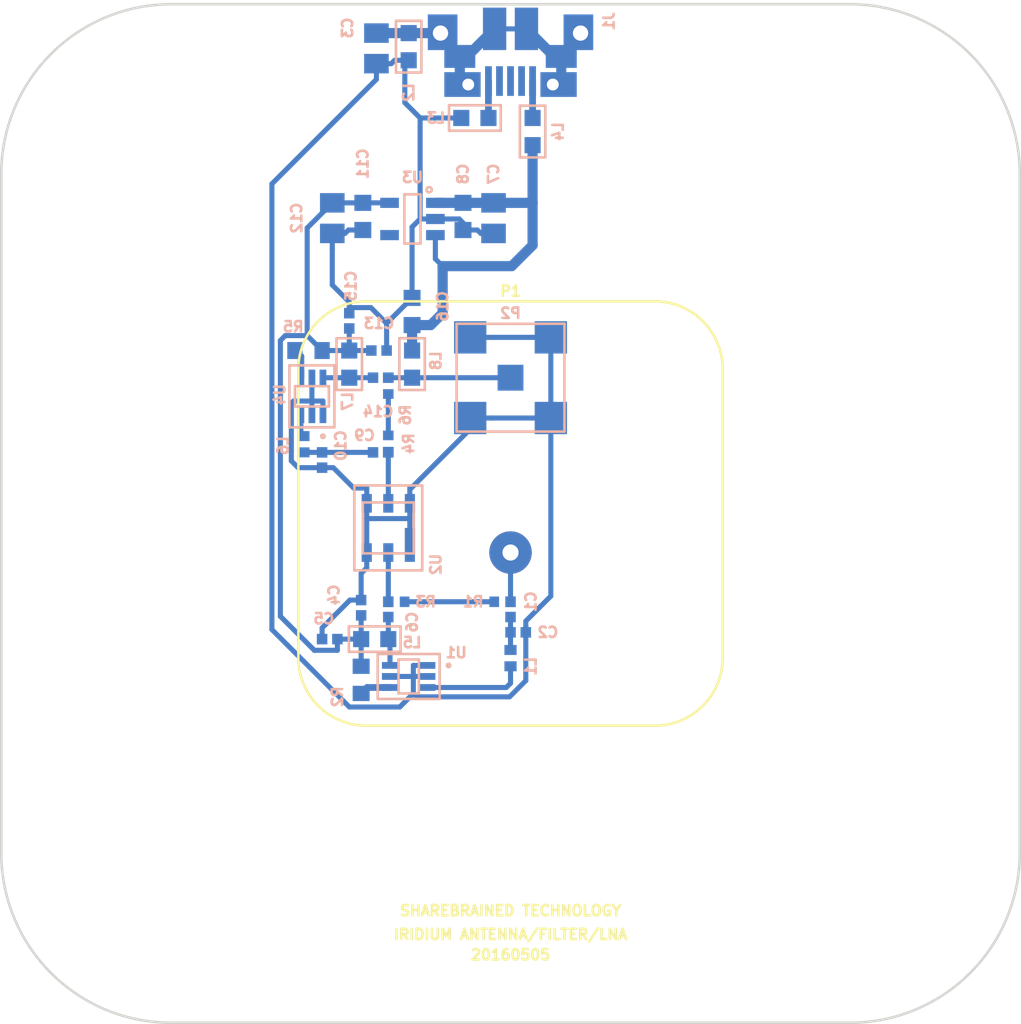
<source format=kicad_pcb>
(kicad_pcb (version 20171130) (host pcbnew "(5.1.12)-1")

  (general
    (thickness 1.6)
    (drawings 11)
    (tracks 185)
    (zones 0)
    (modules 37)
    (nets 25)
  )

  (page A4)
  (title_block
    (title "Iridium Antenna/Filter/LNA")
    (date 2016-04-28)
    (rev 20160428)
    (company "ShareBrained Technology, Inc.")
  )

  (layers
    (0 F.Cu signal)
    (1 In1.Cu power)
    (2 In2.Cu power)
    (31 B.Cu signal)
    (32 B.Adhes user hide)
    (33 F.Adhes user hide)
    (34 B.Paste user)
    (35 F.Paste user)
    (36 B.SilkS user)
    (37 F.SilkS user)
    (38 B.Mask user)
    (39 F.Mask user)
    (40 Dwgs.User user)
    (41 Cmts.User user)
    (42 Eco1.User user)
    (43 Eco2.User user)
    (44 Edge.Cuts user)
    (45 Margin user)
    (46 B.CrtYd user)
    (47 F.CrtYd user)
    (48 B.Fab user)
    (49 F.Fab user)
  )

  (setup
    (last_trace_width 0.3)
    (user_trace_width 0.4)
    (user_trace_width 0.5)
    (user_trace_width 0.6)
    (trace_clearance 0.2)
    (zone_clearance 0.3)
    (zone_45_only no)
    (trace_min 0.3)
    (via_size 0.6604)
    (via_drill 0.4064)
    (via_min_size 0.6604)
    (via_min_drill 0.4064)
    (uvia_size 0.3)
    (uvia_drill 0.1)
    (uvias_allowed no)
    (uvia_min_size 0.2)
    (uvia_min_drill 0.1)
    (edge_width 0.15)
    (segment_width 0.2)
    (pcb_text_width 0.3)
    (pcb_text_size 1.5 1.5)
    (mod_edge_width 0.15)
    (mod_text_size 0.6096 0.6096)
    (mod_text_width 0.1524)
    (pad_size 1.524 1.524)
    (pad_drill 0.762)
    (pad_to_mask_clearance 0.0762)
    (solder_mask_min_width 0.1016)
    (aux_axis_origin 0 0)
    (visible_elements 7FFFFFFF)
    (pcbplotparams
      (layerselection 0x010ff_80000007)
      (usegerberextensions true)
      (usegerberattributes true)
      (usegerberadvancedattributes true)
      (creategerberjobfile true)
      (excludeedgelayer true)
      (linewidth 0.152400)
      (plotframeref false)
      (viasonmask false)
      (mode 1)
      (useauxorigin false)
      (hpglpennumber 1)
      (hpglpenspeed 20)
      (hpglpendiameter 15.000000)
      (psnegative false)
      (psa4output false)
      (plotreference true)
      (plotvalue false)
      (plotinvisibletext false)
      (padsonsilk false)
      (subtractmaskfromsilk true)
      (outputformat 1)
      (mirror false)
      (drillshape 0)
      (scaleselection 1)
      (outputdirectory "gerber/"))
  )

  (net 0 "")
  (net 1 "Net-(C1-Pad1)")
  (net 2 "Net-(C1-Pad2)")
  (net 3 GND)
  (net 4 "Net-(C3-Pad1)")
  (net 5 /V_REG)
  (net 6 "Net-(C6-Pad1)")
  (net 7 "Net-(C6-Pad2)")
  (net 8 /V_RAW)
  (net 9 "Net-(C9-Pad1)")
  (net 10 "Net-(C10-Pad1)")
  (net 11 "Net-(C14-Pad1)")
  (net 12 "Net-(C14-Pad2)")
  (net 13 "Net-(J1-Pad5)")
  (net 14 "Net-(J1-Pad4)")
  (net 15 "Net-(J1-Pad3)")
  (net 16 "Net-(J1-Pad2)")
  (net 17 "Net-(J1-Pad1)")
  (net 18 "Net-(L1-Pad1)")
  (net 19 "Net-(L6-Pad1)")
  (net 20 "Net-(R1-Pad1)")
  (net 21 "Net-(R2-Pad2)")
  (net 22 "Net-(R4-Pad2)")
  (net 23 "Net-(R5-Pad2)")
  (net 24 "Net-(U3-Pad4)")

  (net_class Default "This is the default net class."
    (clearance 0.2)
    (trace_width 0.3)
    (via_dia 0.6604)
    (via_drill 0.4064)
    (uvia_dia 0.3)
    (uvia_drill 0.1)
    (add_net /V_RAW)
    (add_net /V_REG)
    (add_net GND)
    (add_net "Net-(C1-Pad1)")
    (add_net "Net-(C1-Pad2)")
    (add_net "Net-(C10-Pad1)")
    (add_net "Net-(C14-Pad1)")
    (add_net "Net-(C14-Pad2)")
    (add_net "Net-(C3-Pad1)")
    (add_net "Net-(C6-Pad1)")
    (add_net "Net-(C6-Pad2)")
    (add_net "Net-(C9-Pad1)")
    (add_net "Net-(J1-Pad1)")
    (add_net "Net-(J1-Pad2)")
    (add_net "Net-(J1-Pad3)")
    (add_net "Net-(J1-Pad4)")
    (add_net "Net-(J1-Pad5)")
    (add_net "Net-(L1-Pad1)")
    (add_net "Net-(L6-Pad1)")
    (add_net "Net-(R1-Pad1)")
    (add_net "Net-(R2-Pad2)")
    (add_net "Net-(R4-Pad2)")
    (add_net "Net-(R5-Pad2)")
    (add_net "Net-(U3-Pad4)")
  )

  (module ipc_resc:IPC_RESC1005X40N (layer B.Cu) (tedit 55F5DE37) (tstamp 57224094)
    (at 149.52 105.2)
    (tags "RESC1005X40N, EIA 0402, Metric 1005")
    (path /572236FA)
    (fp_text reference R1 (at -1.72 0) (layer B.SilkS)
      (effects (font (size 0.6096 0.6096) (thickness 0.1524)) (justify mirror))
    )
    (fp_text value 0R (at 0 0) (layer B.Fab) hide
      (effects (font (size 0.6096 0.6096) (thickness 0.1524)) (justify mirror))
    )
    (fp_line (start -0.915 0.46) (end 0.915 0.46) (layer B.CrtYd) (width 0.1524))
    (fp_line (start -0.915 -0.46) (end -0.915 0.46) (layer B.CrtYd) (width 0.1524))
    (fp_line (start 0.915 -0.46) (end -0.915 -0.46) (layer B.CrtYd) (width 0.1524))
    (fp_line (start 0.915 0.46) (end 0.915 -0.46) (layer B.CrtYd) (width 0.1524))
    (pad 1 smd rect (at -0.48 0) (size 0.57 0.62) (layers B.Cu B.Paste B.Mask)
      (net 20 "Net-(R1-Pad1)"))
    (pad 2 smd rect (at 0.48 0) (size 0.57 0.62) (layers B.Cu B.Paste B.Mask)
      (net 1 "Net-(C1-Pad1)"))
  )

  (module ipc_sot:IPC_SOT95P280X110-5N (layer B.Cu) (tedit 55F5DE37) (tstamp 572240FD)
    (at 144.224 82.65 180)
    (tags "SOT, SOT95P280X110-5N, JEDEC MO-193AB")
    (path /56BCDB3A)
    (fp_text reference U3 (at 0 2.45 180) (layer B.SilkS)
      (effects (font (size 0.6096 0.6096) (thickness 0.1524)) (justify mirror))
    )
    (fp_text value ADP151_TSOT (at 0 0 180) (layer B.Fab) hide
      (effects (font (size 0.6096 0.6096) (thickness 0.1524)) (justify mirror))
    )
    (fp_circle (center -0.98 1.72) (end -0.8276 1.72) (layer B.SilkS) (width 0.1524))
    (fp_line (start -2.15 -1.775) (end -2.15 1.775) (layer B.CrtYd) (width 0.1524))
    (fp_line (start 2.15 -1.775) (end -2.15 -1.775) (layer B.CrtYd) (width 0.1524))
    (fp_line (start 2.15 1.775) (end 2.15 -1.775) (layer B.CrtYd) (width 0.1524))
    (fp_line (start -2.15 1.775) (end 2.15 1.775) (layer B.CrtYd) (width 0.1524))
    (fp_line (start -0.475 -1.45) (end -0.475 1.45) (layer B.SilkS) (width 0.1524))
    (fp_line (start 0.475 -1.45) (end -0.475 -1.45) (layer B.SilkS) (width 0.1524))
    (fp_line (start 0.475 1.45) (end 0.475 -1.45) (layer B.SilkS) (width 0.1524))
    (fp_line (start -0.475 1.45) (end 0.475 1.45) (layer B.SilkS) (width 0.1524))
    (pad 1 smd rect (at -1.35 0.95 180) (size 1.1 0.6) (layers B.Cu B.Paste B.Mask)
      (net 8 /V_RAW))
    (pad 2 smd rect (at -1.35 0 180) (size 1.1 0.6) (layers B.Cu B.Paste B.Mask)
      (net 3 GND))
    (pad 3 smd rect (at -1.35 -0.95 180) (size 1.1 0.6) (layers B.Cu B.Paste B.Mask)
      (net 8 /V_RAW))
    (pad 4 smd rect (at 1.35 -0.95 180) (size 1.1 0.6) (layers B.Cu B.Paste B.Mask)
      (net 24 "Net-(U3-Pad4)"))
    (pad 5 smd rect (at 1.35 0.95 180) (size 1.1 0.6) (layers B.Cu B.Paste B.Mask)
      (net 5 /V_REG))
  )

  (module ipc_resc:IPC_RESC1005X40N (layer B.Cu) (tedit 55F5DE37) (tstamp 572240C6)
    (at 142.8 92.48 270)
    (tags "RESC1005X40N, EIA 0402, Metric 1005")
    (path /572258D1)
    (fp_text reference R6 (at 1.72 -1 270) (layer B.SilkS)
      (effects (font (size 0.6096 0.6096) (thickness 0.1524)) (justify mirror))
    )
    (fp_text value 0R (at 0 0 270) (layer B.Fab) hide
      (effects (font (size 0.6096 0.6096) (thickness 0.1524)) (justify mirror))
    )
    (fp_line (start -0.915 0.46) (end 0.915 0.46) (layer B.CrtYd) (width 0.1524))
    (fp_line (start -0.915 -0.46) (end -0.915 0.46) (layer B.CrtYd) (width 0.1524))
    (fp_line (start 0.915 -0.46) (end -0.915 -0.46) (layer B.CrtYd) (width 0.1524))
    (fp_line (start 0.915 0.46) (end 0.915 -0.46) (layer B.CrtYd) (width 0.1524))
    (pad 1 smd rect (at -0.48 0 270) (size 0.57 0.62) (layers B.Cu B.Paste B.Mask)
      (net 12 "Net-(C14-Pad2)"))
    (pad 2 smd rect (at 0.48 0 270) (size 0.57 0.62) (layers B.Cu B.Paste B.Mask)
      (net 22 "Net-(R4-Pad2)"))
  )

  (module ipc_resc:IPC_RESC1608X55N (layer B.Cu) (tedit 55F5DE37) (tstamp 572240BC)
    (at 138.1 90.4 180)
    (tags "RESC1608X55N, EIA 0603, Metric 1608")
    (path /56BCCF0E)
    (fp_text reference R5 (at 0.9 1.4 180) (layer B.SilkS)
      (effects (font (size 0.6096 0.6096) (thickness 0.1524)) (justify mirror))
    )
    (fp_text value 620R (at 0 0 180) (layer B.Fab) hide
      (effects (font (size 0.6096 0.6096) (thickness 0.1524)) (justify mirror))
    )
    (fp_line (start -1.5 -0.75) (end -1.5 0.75) (layer B.CrtYd) (width 0.1524))
    (fp_line (start 1.5 -0.75) (end -1.5 -0.75) (layer B.CrtYd) (width 0.1524))
    (fp_line (start 1.5 0.75) (end 1.5 -0.75) (layer B.CrtYd) (width 0.1524))
    (fp_line (start -1.5 0.75) (end 1.5 0.75) (layer B.CrtYd) (width 0.1524))
    (pad 1 smd rect (at -0.8 0 180) (size 0.9 1) (layers B.Cu B.Paste B.Mask)
      (net 5 /V_REG))
    (pad 2 smd rect (at 0.8 0 180) (size 0.9 1) (layers B.Cu B.Paste B.Mask)
      (net 23 "Net-(R5-Pad2)"))
  )

  (module ipc_resc:IPC_RESC1005X40N (layer B.Cu) (tedit 55F5DE37) (tstamp 572240B2)
    (at 142.8 95.88 90)
    (tags "RESC1005X40N, EIA 0402, Metric 1005")
    (path /572255A1)
    (fp_text reference R4 (at 0 1.2 90) (layer B.SilkS)
      (effects (font (size 0.6096 0.6096) (thickness 0.1524)) (justify mirror))
    )
    (fp_text value 0R (at 0 0 90) (layer B.Fab) hide
      (effects (font (size 0.6096 0.6096) (thickness 0.1524)) (justify mirror))
    )
    (fp_line (start -0.915 0.46) (end 0.915 0.46) (layer B.CrtYd) (width 0.1524))
    (fp_line (start -0.915 -0.46) (end -0.915 0.46) (layer B.CrtYd) (width 0.1524))
    (fp_line (start 0.915 -0.46) (end -0.915 -0.46) (layer B.CrtYd) (width 0.1524))
    (fp_line (start 0.915 0.46) (end 0.915 -0.46) (layer B.CrtYd) (width 0.1524))
    (pad 1 smd rect (at -0.48 0 90) (size 0.57 0.62) (layers B.Cu B.Paste B.Mask)
      (net 9 "Net-(C9-Pad1)"))
    (pad 2 smd rect (at 0.48 0 90) (size 0.57 0.62) (layers B.Cu B.Paste B.Mask)
      (net 22 "Net-(R4-Pad2)"))
  )

  (module ipc_resc:IPC_RESC1005X40N (layer B.Cu) (tedit 55F5DE37) (tstamp 572240A8)
    (at 143.28 105.2)
    (tags "RESC1005X40N, EIA 0402, Metric 1005")
    (path /572237A2)
    (fp_text reference R3 (at 1.72 0) (layer B.SilkS)
      (effects (font (size 0.6096 0.6096) (thickness 0.1524)) (justify mirror))
    )
    (fp_text value 0R (at 0 0) (layer B.Fab) hide
      (effects (font (size 0.6096 0.6096) (thickness 0.1524)) (justify mirror))
    )
    (fp_line (start -0.915 0.46) (end 0.915 0.46) (layer B.CrtYd) (width 0.1524))
    (fp_line (start -0.915 -0.46) (end -0.915 0.46) (layer B.CrtYd) (width 0.1524))
    (fp_line (start 0.915 -0.46) (end -0.915 -0.46) (layer B.CrtYd) (width 0.1524))
    (fp_line (start 0.915 0.46) (end 0.915 -0.46) (layer B.CrtYd) (width 0.1524))
    (pad 1 smd rect (at -0.48 0) (size 0.57 0.62) (layers B.Cu B.Paste B.Mask)
      (net 7 "Net-(C6-Pad2)"))
    (pad 2 smd rect (at 0.48 0) (size 0.57 0.62) (layers B.Cu B.Paste B.Mask)
      (net 20 "Net-(R1-Pad1)"))
  )

  (module ipc_resc:IPC_RESC1608X55N (layer B.Cu) (tedit 55F5DE37) (tstamp 5722409E)
    (at 141.2 109.8 270)
    (tags "RESC1608X55N, EIA 0603, Metric 1608")
    (path /56BC2637)
    (fp_text reference R2 (at 1 1.4 270) (layer B.SilkS)
      (effects (font (size 0.6096 0.6096) (thickness 0.1524)) (justify mirror))
    )
    (fp_text value 620R (at 0 0 270) (layer B.Fab) hide
      (effects (font (size 0.6096 0.6096) (thickness 0.1524)) (justify mirror))
    )
    (fp_line (start -1.5 -0.75) (end -1.5 0.75) (layer B.CrtYd) (width 0.1524))
    (fp_line (start 1.5 -0.75) (end -1.5 -0.75) (layer B.CrtYd) (width 0.1524))
    (fp_line (start 1.5 0.75) (end 1.5 -0.75) (layer B.CrtYd) (width 0.1524))
    (fp_line (start -1.5 0.75) (end 1.5 0.75) (layer B.CrtYd) (width 0.1524))
    (pad 1 smd rect (at -0.8 0 270) (size 0.9 1) (layers B.Cu B.Paste B.Mask)
      (net 5 /V_REG))
    (pad 2 smd rect (at 0.8 0 270) (size 0.9 1) (layers B.Cu B.Paste B.Mask)
      (net 21 "Net-(R2-Pad2)"))
  )

  (module ipc_indc:IPC_INDC1608X95N (layer B.Cu) (tedit 53B37887) (tstamp 57224075)
    (at 144.2 91.1999 90)
    (path /57225192)
    (fp_text reference L8 (at 0.1999 1.4 90) (layer B.SilkS)
      (effects (font (size 0.6096 0.6096) (thickness 0.1524)) (justify mirror))
    )
    (fp_text value L (at 0 0 90) (layer B.SilkS) hide
      (effects (font (size 0.6096 0.6096) (thickness 0.1524)) (justify mirror))
    )
    (fp_line (start -1.524 0.7493) (end 1.524 0.7493) (layer B.SilkS) (width 0.1524))
    (fp_line (start -1.524 -0.7493) (end -1.524 0.7493) (layer B.SilkS) (width 0.1524))
    (fp_line (start 1.524 -0.7493) (end -1.524 -0.7493) (layer B.SilkS) (width 0.1524))
    (fp_line (start 1.524 0.7493) (end 1.524 -0.7493) (layer B.SilkS) (width 0.1524))
    (pad 1 smd rect (at -0.8001 0 90) (size 0.94996 0.94996) (layers B.Cu B.Paste B.Mask)
      (net 12 "Net-(C14-Pad2)"))
    (pad 2 smd rect (at 0.8001 0 90) (size 0.94996 0.94996) (layers B.Cu B.Paste B.Mask)
      (net 8 /V_RAW))
  )

  (module ipc_indc:IPC_INDC1608X95N (layer B.Cu) (tedit 53B37887) (tstamp 5722406B)
    (at 140.5 91.1999 90)
    (path /56BCCF5C)
    (fp_text reference L7 (at -2.2001 -0.1 90) (layer B.SilkS)
      (effects (font (size 0.6096 0.6096) (thickness 0.1524)) (justify mirror))
    )
    (fp_text value 47N (at 0 0 90) (layer B.SilkS) hide
      (effects (font (size 0.6096 0.6096) (thickness 0.1524)) (justify mirror))
    )
    (fp_line (start -1.524 0.7493) (end 1.524 0.7493) (layer B.SilkS) (width 0.1524))
    (fp_line (start -1.524 -0.7493) (end -1.524 0.7493) (layer B.SilkS) (width 0.1524))
    (fp_line (start 1.524 -0.7493) (end -1.524 -0.7493) (layer B.SilkS) (width 0.1524))
    (fp_line (start 1.524 0.7493) (end 1.524 -0.7493) (layer B.SilkS) (width 0.1524))
    (pad 1 smd rect (at -0.8001 0 90) (size 0.94996 0.94996) (layers B.Cu B.Paste B.Mask)
      (net 11 "Net-(C14-Pad1)"))
    (pad 2 smd rect (at 0.8001 0 90) (size 0.94996 0.94996) (layers B.Cu B.Paste B.Mask)
      (net 5 /V_REG))
  )

  (module ipc_indc:IPC_INDC1608X95N (layer B.Cu) (tedit 53B37887) (tstamp 57224057)
    (at 142 107.4 180)
    (path /56BC2603)
    (fp_text reference L5 (at -2.2 -0.2 180) (layer B.SilkS)
      (effects (font (size 0.6096 0.6096) (thickness 0.1524)) (justify mirror))
    )
    (fp_text value 47N (at 0 0 180) (layer B.SilkS) hide
      (effects (font (size 0.6096 0.6096) (thickness 0.1524)) (justify mirror))
    )
    (fp_line (start -1.524 0.7493) (end 1.524 0.7493) (layer B.SilkS) (width 0.1524))
    (fp_line (start -1.524 -0.7493) (end -1.524 0.7493) (layer B.SilkS) (width 0.1524))
    (fp_line (start 1.524 -0.7493) (end -1.524 -0.7493) (layer B.SilkS) (width 0.1524))
    (fp_line (start 1.524 0.7493) (end 1.524 -0.7493) (layer B.SilkS) (width 0.1524))
    (pad 1 smd rect (at -0.8001 0 180) (size 0.94996 0.94996) (layers B.Cu B.Paste B.Mask)
      (net 6 "Net-(C6-Pad1)"))
    (pad 2 smd rect (at 0.8001 0 180) (size 0.94996 0.94996) (layers B.Cu B.Paste B.Mask)
      (net 5 /V_REG))
  )

  (module ipc_indc:IPC_INDC1608X95N (layer B.Cu) (tedit 53B37887) (tstamp 5722404D)
    (at 151.3 77.5001 90)
    (path /56BD06A4)
    (fp_text reference L4 (at 0 1.5 90) (layer B.SilkS)
      (effects (font (size 0.6096 0.6096) (thickness 0.1524)) (justify mirror))
    )
    (fp_text value L (at 0 0 90) (layer B.SilkS) hide
      (effects (font (size 0.6096 0.6096) (thickness 0.1524)) (justify mirror))
    )
    (fp_line (start -1.524 0.7493) (end 1.524 0.7493) (layer B.SilkS) (width 0.1524))
    (fp_line (start -1.524 -0.7493) (end -1.524 0.7493) (layer B.SilkS) (width 0.1524))
    (fp_line (start 1.524 -0.7493) (end -1.524 -0.7493) (layer B.SilkS) (width 0.1524))
    (fp_line (start 1.524 0.7493) (end 1.524 -0.7493) (layer B.SilkS) (width 0.1524))
    (pad 1 smd rect (at -0.8001 0 90) (size 0.94996 0.94996) (layers B.Cu B.Paste B.Mask)
      (net 8 /V_RAW))
    (pad 2 smd rect (at 0.8001 0 90) (size 0.94996 0.94996) (layers B.Cu B.Paste B.Mask)
      (net 17 "Net-(J1-Pad1)"))
  )

  (module ipc_indc:IPC_INDC1608X95N (layer B.Cu) (tedit 53B37887) (tstamp 57224043)
    (at 147.9 76.7)
    (path /56BD08D2)
    (fp_text reference L3 (at -2.2999 0) (layer B.SilkS)
      (effects (font (size 0.6096 0.6096) (thickness 0.1524)) (justify mirror))
    )
    (fp_text value L (at 0 0) (layer B.SilkS) hide
      (effects (font (size 0.6096 0.6096) (thickness 0.1524)) (justify mirror))
    )
    (fp_line (start -1.524 0.7493) (end 1.524 0.7493) (layer B.SilkS) (width 0.1524))
    (fp_line (start -1.524 -0.7493) (end -1.524 0.7493) (layer B.SilkS) (width 0.1524))
    (fp_line (start 1.524 -0.7493) (end -1.524 -0.7493) (layer B.SilkS) (width 0.1524))
    (fp_line (start 1.524 0.7493) (end 1.524 -0.7493) (layer B.SilkS) (width 0.1524))
    (pad 1 smd rect (at -0.8001 0) (size 0.94996 0.94996) (layers B.Cu B.Paste B.Mask)
      (net 3 GND))
    (pad 2 smd rect (at 0.8001 0) (size 0.94996 0.94996) (layers B.Cu B.Paste B.Mask)
      (net 13 "Net-(J1-Pad5)"))
  )

  (module ipc_indc:IPC_INDC1608X95N (layer B.Cu) (tedit 53B37887) (tstamp 57224039)
    (at 144 72.5 90)
    (path /56BD081C)
    (fp_text reference L2 (at -2.7 0 90) (layer B.SilkS)
      (effects (font (size 0.6096 0.6096) (thickness 0.1524)) (justify mirror))
    )
    (fp_text value L (at 0 0 90) (layer B.SilkS) hide
      (effects (font (size 0.6096 0.6096) (thickness 0.1524)) (justify mirror))
    )
    (fp_line (start -1.524 0.7493) (end 1.524 0.7493) (layer B.SilkS) (width 0.1524))
    (fp_line (start -1.524 -0.7493) (end -1.524 0.7493) (layer B.SilkS) (width 0.1524))
    (fp_line (start 1.524 -0.7493) (end -1.524 -0.7493) (layer B.SilkS) (width 0.1524))
    (fp_line (start 1.524 0.7493) (end 1.524 -0.7493) (layer B.SilkS) (width 0.1524))
    (pad 1 smd rect (at -0.8001 0 90) (size 0.94996 0.94996) (layers B.Cu B.Paste B.Mask)
      (net 3 GND))
    (pad 2 smd rect (at 0.8001 0 90) (size 0.94996 0.94996) (layers B.Cu B.Paste B.Mask)
      (net 4 "Net-(C3-Pad1)"))
  )

  (module hackrf:GSG-USB-MICROB-FCI-10103592 (layer B.Cu) (tedit 5722F5DE) (tstamp 57224025)
    (at 150 70 270)
    (path /56BD0390)
    (fp_text reference J1 (at 1 -5.8 270) (layer B.SilkS)
      (effects (font (size 0.6096 0.6096) (thickness 0.1524)) (justify mirror))
    )
    (fp_text value GSG-USB-MICRO-B-SHIELDED (at 2.49936 0 270) (layer B.SilkS) hide
      (effects (font (size 1.524 1.524) (thickness 0.3048)) (justify mirror))
    )
    (fp_line (start 0 2.825) (end 0 4.75) (layer Cmts.User) (width 0.2032))
    (fp_line (start 0 -2.825) (end 0 -4.75) (layer Cmts.User) (width 0.2032))
    (fp_line (start 0 2.825) (end 1.65 2.825) (layer Cmts.User) (width 0.2032))
    (fp_line (start 0 -1.925) (end 1.65 -1.925) (layer Cmts.User) (width 0.2032))
    (fp_line (start 0 1.925) (end 1.65 1.925) (layer Cmts.User) (width 0.2032))
    (fp_line (start 0 -2.825) (end 1.65 -2.825) (layer Cmts.User) (width 0.2032))
    (fp_line (start 0 1.925) (end 0 -1.925) (layer Cmts.User) (width 0.2032))
    (fp_arc (start 1.65 -2.375) (end 1.65 -1.925) (angle -180) (layer Cmts.User) (width 0.2032))
    (fp_arc (start 1.65 2.375) (end 1.65 2.825) (angle -180) (layer Cmts.User) (width 0.2032))
    (pad 5 smd rect (at 4.525 1.3 270) (size 1.75 0.4) (layers B.Cu B.Paste B.Mask)
      (net 13 "Net-(J1-Pad5)") (solder_mask_margin 0.1016) (clearance 0.2032))
    (pad 4 smd rect (at 4.525 0.65 270) (size 1.75 0.4) (layers B.Cu B.Paste B.Mask)
      (net 14 "Net-(J1-Pad4)") (solder_mask_margin 0.1016) (clearance 0.2032))
    (pad 3 smd rect (at 4.525 0 270) (size 1.75 0.4) (layers B.Cu B.Paste B.Mask)
      (net 15 "Net-(J1-Pad3)") (solder_mask_margin 0.1016) (clearance 0.2032))
    (pad 2 smd rect (at 4.525 -0.65 270) (size 1.75 0.4) (layers B.Cu B.Paste B.Mask)
      (net 16 "Net-(J1-Pad2)") (solder_mask_margin 0.1016) (clearance 0.2032))
    (pad 1 smd rect (at 4.525 -1.3 270) (size 1.75 0.4) (layers B.Cu B.Paste B.Mask)
      (net 17 "Net-(J1-Pad1)") (solder_mask_margin 0.1016) (clearance 0.2032))
    (pad 0 smd rect (at 1.45 0.9375 270) (size 2.5 1.375) (layers B.Cu B.Paste B.Mask)
      (net 4 "Net-(C3-Pad1)"))
    (pad 0 smd rect (at 1.45 -0.9375 270) (size 2.5 1.375) (layers B.Cu B.Paste B.Mask)
      (net 4 "Net-(C3-Pad1)"))
    (pad 0 smd rect (at 4.73 2.83 270) (size 1.46 2.14) (layers B.Cu B.Paste B.Mask)
      (net 4 "Net-(C3-Pad1)") (solder_paste_margin_ratio -0.05))
    (pad 0 smd rect (at 4.73 -2.83 270) (size 1.46 2.14) (layers B.Cu B.Paste B.Mask)
      (net 4 "Net-(C3-Pad1)") (solder_paste_margin_ratio -0.05))
    (pad 0 smd rect (at 3.075 2.9875 270) (size 1.35 1.825) (layers B.Cu B.Mask)
      (net 4 "Net-(C3-Pad1)"))
    (pad 0 smd rect (at 3.075 -2.9875 270) (size 1.35 1.825) (layers B.Cu B.Mask)
      (net 4 "Net-(C3-Pad1)"))
    (pad 0 smd rect (at 1.65 4 270) (size 2.1 1.75) (layers B.Cu B.Paste B.Mask)
      (net 4 "Net-(C3-Pad1)") (solder_paste_margin_ratio -0.05))
    (pad 0 smd rect (at 1.65 -4 270) (size 2.1 1.75) (layers B.Cu B.Paste B.Mask)
      (net 4 "Net-(C3-Pad1)") (solder_paste_margin_ratio -0.05))
    (pad 0 thru_hole circle (at 1.7 4.125 270) (size 1.5 1.5) (drill 0.9) (layers *.Cu *.Mask)
      (net 4 "Net-(C3-Pad1)"))
    (pad 0 thru_hole circle (at 1.7 -4.125 270) (size 1.5 1.5) (drill 0.9) (layers *.Cu *.Mask)
      (net 4 "Net-(C3-Pad1)"))
    (pad 0 thru_hole circle (at 4.73 2.49 270) (size 1.4 1.4) (drill 0.7) (layers *.Cu *.Mask)
      (net 4 "Net-(C3-Pad1)"))
    (pad 0 thru_hole circle (at 4.73 -2.49 270) (size 1.4 1.4) (drill 0.7) (layers *.Cu *.Mask)
      (net 4 "Net-(C3-Pad1)"))
  )

  (module ipc_capc:IPC_CAPC1608X95N (layer B.Cu) (tedit 55F5DE37) (tstamp 57224007)
    (at 144.2 88.1 90)
    (tags "CAPC1608X95N, EIA 0603, Metric 1608")
    (path /56BCE92E)
    (fp_text reference C16 (at 0.3 1.8 90) (layer B.SilkS)
      (effects (font (size 0.6096 0.6096) (thickness 0.1524)) (justify mirror))
    )
    (fp_text value 100N (at 0 0 90) (layer B.Fab) hide
      (effects (font (size 0.6096 0.6096) (thickness 0.1524)) (justify mirror))
    )
    (fp_line (start -1.525 -0.75) (end -1.525 0.75) (layer B.CrtYd) (width 0.1524))
    (fp_line (start 1.525 -0.75) (end -1.525 -0.75) (layer B.CrtYd) (width 0.1524))
    (fp_line (start 1.525 0.75) (end 1.525 -0.75) (layer B.CrtYd) (width 0.1524))
    (fp_line (start -1.525 0.75) (end 1.525 0.75) (layer B.CrtYd) (width 0.1524))
    (pad 1 smd rect (at -0.8 0 90) (size 0.95 1) (layers B.Cu B.Paste B.Mask)
      (net 8 /V_RAW))
    (pad 2 smd rect (at 0.8 0 90) (size 0.95 1) (layers B.Cu B.Paste B.Mask)
      (net 3 GND))
  )

  (module ipc_capc:IPC_CAPC1005X55N (layer B.Cu) (tedit 55F5DE37) (tstamp 57223FFD)
    (at 140.5 88.65 90)
    (tags "CAPC1005X55N, EIA 0402, Metric 1005")
    (path /56BCCFFD)
    (fp_text reference C15 (at 2.05 0.1 90) (layer B.SilkS)
      (effects (font (size 0.6096 0.6096) (thickness 0.1524)) (justify mirror))
    )
    (fp_text value 10N (at 0 0 90) (layer B.Fab) hide
      (effects (font (size 0.6096 0.6096) (thickness 0.1524)) (justify mirror))
    )
    (fp_line (start -0.91 0.46) (end 0.91 0.46) (layer B.CrtYd) (width 0.1524))
    (fp_line (start -0.91 -0.46) (end -0.91 0.46) (layer B.CrtYd) (width 0.1524))
    (fp_line (start 0.91 -0.46) (end -0.91 -0.46) (layer B.CrtYd) (width 0.1524))
    (fp_line (start 0.91 0.46) (end 0.91 -0.46) (layer B.CrtYd) (width 0.1524))
    (pad 1 smd rect (at -0.45 0 90) (size 0.62 0.62) (layers B.Cu B.Paste B.Mask)
      (net 5 /V_REG))
    (pad 2 smd rect (at 0.45 0 90) (size 0.62 0.62) (layers B.Cu B.Paste B.Mask)
      (net 3 GND))
  )

  (module ipc_capc:IPC_CAPC1005X55N (layer B.Cu) (tedit 55F5DE37) (tstamp 57223FF3)
    (at 142.35 92)
    (tags "CAPC1005X55N, EIA 0402, Metric 1005")
    (path /56BCCDA3)
    (fp_text reference C14 (at -0.15 2) (layer B.SilkS)
      (effects (font (size 0.6096 0.6096) (thickness 0.1524)) (justify mirror))
    )
    (fp_text value 22P (at 0 0) (layer B.Fab) hide
      (effects (font (size 0.6096 0.6096) (thickness 0.1524)) (justify mirror))
    )
    (fp_line (start -0.91 0.46) (end 0.91 0.46) (layer B.CrtYd) (width 0.1524))
    (fp_line (start -0.91 -0.46) (end -0.91 0.46) (layer B.CrtYd) (width 0.1524))
    (fp_line (start 0.91 -0.46) (end -0.91 -0.46) (layer B.CrtYd) (width 0.1524))
    (fp_line (start 0.91 0.46) (end 0.91 -0.46) (layer B.CrtYd) (width 0.1524))
    (pad 1 smd rect (at -0.45 0) (size 0.62 0.62) (layers B.Cu B.Paste B.Mask)
      (net 11 "Net-(C14-Pad1)"))
    (pad 2 smd rect (at 0.45 0) (size 0.62 0.62) (layers B.Cu B.Paste B.Mask)
      (net 12 "Net-(C14-Pad2)"))
  )

  (module ipc_capc:IPC_CAPC1005X55N (layer B.Cu) (tedit 55F5DE37) (tstamp 57223FE9)
    (at 142.25 90.4)
    (tags "CAPC1005X55N, EIA 0402, Metric 1005")
    (path /56BCCFAE)
    (fp_text reference C13 (at 0 -1.6) (layer B.SilkS)
      (effects (font (size 0.6096 0.6096) (thickness 0.1524)) (justify mirror))
    )
    (fp_text value 68P (at 0 0) (layer B.Fab) hide
      (effects (font (size 0.6096 0.6096) (thickness 0.1524)) (justify mirror))
    )
    (fp_line (start -0.91 0.46) (end 0.91 0.46) (layer B.CrtYd) (width 0.1524))
    (fp_line (start -0.91 -0.46) (end -0.91 0.46) (layer B.CrtYd) (width 0.1524))
    (fp_line (start 0.91 -0.46) (end -0.91 -0.46) (layer B.CrtYd) (width 0.1524))
    (fp_line (start 0.91 0.46) (end 0.91 -0.46) (layer B.CrtYd) (width 0.1524))
    (pad 1 smd rect (at -0.45 0) (size 0.62 0.62) (layers B.Cu B.Paste B.Mask)
      (net 5 /V_REG))
    (pad 2 smd rect (at 0.45 0) (size 0.62 0.62) (layers B.Cu B.Paste B.Mask)
      (net 3 GND))
  )

  (module ipc_capc:IPC_CAPC2012X140N (layer B.Cu) (tedit 55F5DE37) (tstamp 57223FDF)
    (at 139.5 82.6 270)
    (tags "CAPC2012X140N, EIA 0805, Metric 2012")
    (path /56BCE211)
    (fp_text reference C12 (at 0 2.1 270) (layer B.SilkS)
      (effects (font (size 0.6096 0.6096) (thickness 0.1524)) (justify mirror))
    )
    (fp_text value 10U (at 0 0 270) (layer B.Fab) hide
      (effects (font (size 0.6096 0.6096) (thickness 0.1524)) (justify mirror))
    )
    (fp_line (start -1.725 -0.975) (end -1.725 0.975) (layer B.CrtYd) (width 0.1524))
    (fp_line (start 1.725 -0.975) (end -1.725 -0.975) (layer B.CrtYd) (width 0.1524))
    (fp_line (start 1.725 0.975) (end 1.725 -0.975) (layer B.CrtYd) (width 0.1524))
    (fp_line (start -1.725 0.975) (end 1.725 0.975) (layer B.CrtYd) (width 0.1524))
    (pad 1 smd rect (at -0.9 0 270) (size 1.15 1.45) (layers B.Cu B.Paste B.Mask)
      (net 5 /V_REG))
    (pad 2 smd rect (at 0.9 0 270) (size 1.15 1.45) (layers B.Cu B.Paste B.Mask)
      (net 3 GND))
  )

  (module ipc_capc:IPC_CAPC1608X95N (layer B.Cu) (tedit 55F5DE37) (tstamp 57223FD5)
    (at 141.3 82.5 270)
    (tags "CAPC1608X95N, EIA 0603, Metric 1608")
    (path /56BCE1A3)
    (fp_text reference C11 (at -3.1 0 270) (layer B.SilkS)
      (effects (font (size 0.6096 0.6096) (thickness 0.1524)) (justify mirror))
    )
    (fp_text value 100N (at 0 0 270) (layer B.Fab) hide
      (effects (font (size 0.6096 0.6096) (thickness 0.1524)) (justify mirror))
    )
    (fp_line (start -1.525 -0.75) (end -1.525 0.75) (layer B.CrtYd) (width 0.1524))
    (fp_line (start 1.525 -0.75) (end -1.525 -0.75) (layer B.CrtYd) (width 0.1524))
    (fp_line (start 1.525 0.75) (end 1.525 -0.75) (layer B.CrtYd) (width 0.1524))
    (fp_line (start -1.525 0.75) (end 1.525 0.75) (layer B.CrtYd) (width 0.1524))
    (pad 1 smd rect (at -0.8 0 270) (size 0.95 1) (layers B.Cu B.Paste B.Mask)
      (net 5 /V_REG))
    (pad 2 smd rect (at 0.8 0 270) (size 0.95 1) (layers B.Cu B.Paste B.Mask)
      (net 3 GND))
  )

  (module ipc_capc:IPC_CAPC1005X55N (layer B.Cu) (tedit 55F5DE37) (tstamp 57223FCB)
    (at 138.9 96.85 270)
    (tags "CAPC1005X55N, EIA 0402, Metric 1005")
    (path /56BCD173)
    (fp_text reference C10 (at -0.85 -1.1 270) (layer B.SilkS)
      (effects (font (size 0.6096 0.6096) (thickness 0.1524)) (justify mirror))
    )
    (fp_text value C (at 0 0 270) (layer B.Fab) hide
      (effects (font (size 0.6096 0.6096) (thickness 0.1524)) (justify mirror))
    )
    (fp_line (start -0.91 0.46) (end 0.91 0.46) (layer B.CrtYd) (width 0.1524))
    (fp_line (start -0.91 -0.46) (end -0.91 0.46) (layer B.CrtYd) (width 0.1524))
    (fp_line (start 0.91 -0.46) (end -0.91 -0.46) (layer B.CrtYd) (width 0.1524))
    (fp_line (start 0.91 0.46) (end 0.91 -0.46) (layer B.CrtYd) (width 0.1524))
    (pad 1 smd rect (at -0.45 0 270) (size 0.62 0.62) (layers B.Cu B.Paste B.Mask)
      (net 10 "Net-(C10-Pad1)"))
    (pad 2 smd rect (at 0.45 0 270) (size 0.62 0.62) (layers B.Cu B.Paste B.Mask)
      (net 3 GND))
  )

  (module ipc_capc:IPC_CAPC1005X55N (layer B.Cu) (tedit 55F5DE37) (tstamp 57223FC1)
    (at 142.35 96.4 180)
    (tags "CAPC1005X55N, EIA 0402, Metric 1005")
    (path /56BCD744)
    (fp_text reference C9 (at 0.95 1 180) (layer B.SilkS)
      (effects (font (size 0.6096 0.6096) (thickness 0.1524)) (justify mirror))
    )
    (fp_text value 22P (at 0 0 180) (layer B.Fab) hide
      (effects (font (size 0.6096 0.6096) (thickness 0.1524)) (justify mirror))
    )
    (fp_line (start -0.91 0.46) (end 0.91 0.46) (layer B.CrtYd) (width 0.1524))
    (fp_line (start -0.91 -0.46) (end -0.91 0.46) (layer B.CrtYd) (width 0.1524))
    (fp_line (start 0.91 -0.46) (end -0.91 -0.46) (layer B.CrtYd) (width 0.1524))
    (fp_line (start 0.91 0.46) (end 0.91 -0.46) (layer B.CrtYd) (width 0.1524))
    (pad 1 smd rect (at -0.45 0 180) (size 0.62 0.62) (layers B.Cu B.Paste B.Mask)
      (net 9 "Net-(C9-Pad1)"))
    (pad 2 smd rect (at 0.45 0 180) (size 0.62 0.62) (layers B.Cu B.Paste B.Mask)
      (net 10 "Net-(C10-Pad1)"))
  )

  (module ipc_capc:IPC_CAPC1608X95N (layer B.Cu) (tedit 55F5DE37) (tstamp 57223FB7)
    (at 147.2 82.5 270)
    (tags "CAPC1608X95N, EIA 0603, Metric 1608")
    (path /56BCDBD1)
    (fp_text reference C8 (at -2.5 0 270) (layer B.SilkS)
      (effects (font (size 0.6096 0.6096) (thickness 0.1524)) (justify mirror))
    )
    (fp_text value 100N (at 0 0 270) (layer B.Fab) hide
      (effects (font (size 0.6096 0.6096) (thickness 0.1524)) (justify mirror))
    )
    (fp_line (start -1.525 -0.75) (end -1.525 0.75) (layer B.CrtYd) (width 0.1524))
    (fp_line (start 1.525 -0.75) (end -1.525 -0.75) (layer B.CrtYd) (width 0.1524))
    (fp_line (start 1.525 0.75) (end 1.525 -0.75) (layer B.CrtYd) (width 0.1524))
    (fp_line (start -1.525 0.75) (end 1.525 0.75) (layer B.CrtYd) (width 0.1524))
    (pad 1 smd rect (at -0.8 0 270) (size 0.95 1) (layers B.Cu B.Paste B.Mask)
      (net 8 /V_RAW))
    (pad 2 smd rect (at 0.8 0 270) (size 0.95 1) (layers B.Cu B.Paste B.Mask)
      (net 3 GND))
  )

  (module ipc_capc:IPC_CAPC2012X140N (layer B.Cu) (tedit 55F5DE37) (tstamp 57223FAD)
    (at 149 82.6 270)
    (tags "CAPC2012X140N, EIA 0805, Metric 2012")
    (path /56BCDDCB)
    (fp_text reference C7 (at -2.6 0 270) (layer B.SilkS)
      (effects (font (size 0.6096 0.6096) (thickness 0.1524)) (justify mirror))
    )
    (fp_text value 10U (at 0 0 270) (layer B.Fab) hide
      (effects (font (size 0.6096 0.6096) (thickness 0.1524)) (justify mirror))
    )
    (fp_line (start -1.725 -0.975) (end -1.725 0.975) (layer B.CrtYd) (width 0.1524))
    (fp_line (start 1.725 -0.975) (end -1.725 -0.975) (layer B.CrtYd) (width 0.1524))
    (fp_line (start 1.725 0.975) (end 1.725 -0.975) (layer B.CrtYd) (width 0.1524))
    (fp_line (start -1.725 0.975) (end 1.725 0.975) (layer B.CrtYd) (width 0.1524))
    (pad 1 smd rect (at -0.9 0 270) (size 1.15 1.45) (layers B.Cu B.Paste B.Mask)
      (net 8 /V_RAW))
    (pad 2 smd rect (at 0.9 0 270) (size 1.15 1.45) (layers B.Cu B.Paste B.Mask)
      (net 3 GND))
  )

  (module ipc_capc:IPC_CAPC1005X55N (layer B.Cu) (tedit 55F5DE37) (tstamp 57223FA3)
    (at 142.8 105.65 90)
    (tags "CAPC1005X55N, EIA 0402, Metric 1005")
    (path /56BC2537)
    (fp_text reference C6 (at -0.75 1.4 90) (layer B.SilkS)
      (effects (font (size 0.6096 0.6096) (thickness 0.1524)) (justify mirror))
    )
    (fp_text value 22P (at 0 0 90) (layer B.Fab) hide
      (effects (font (size 0.6096 0.6096) (thickness 0.1524)) (justify mirror))
    )
    (fp_line (start -0.91 0.46) (end 0.91 0.46) (layer B.CrtYd) (width 0.1524))
    (fp_line (start -0.91 -0.46) (end -0.91 0.46) (layer B.CrtYd) (width 0.1524))
    (fp_line (start 0.91 -0.46) (end -0.91 -0.46) (layer B.CrtYd) (width 0.1524))
    (fp_line (start 0.91 0.46) (end 0.91 -0.46) (layer B.CrtYd) (width 0.1524))
    (pad 1 smd rect (at -0.45 0 90) (size 0.62 0.62) (layers B.Cu B.Paste B.Mask)
      (net 6 "Net-(C6-Pad1)"))
    (pad 2 smd rect (at 0.45 0 90) (size 0.62 0.62) (layers B.Cu B.Paste B.Mask)
      (net 7 "Net-(C6-Pad2)"))
  )

  (module ipc_capc:IPC_CAPC1005X55N (layer B.Cu) (tedit 55F5DE37) (tstamp 57223F99)
    (at 139.35 107.4 180)
    (tags "CAPC1005X55N, EIA 0402, Metric 1005")
    (path /56BC2597)
    (fp_text reference C5 (at 0.35 1.2 180) (layer B.SilkS)
      (effects (font (size 0.6096 0.6096) (thickness 0.1524)) (justify mirror))
    )
    (fp_text value 10N (at 0 0 180) (layer B.Fab) hide
      (effects (font (size 0.6096 0.6096) (thickness 0.1524)) (justify mirror))
    )
    (fp_line (start -0.91 0.46) (end 0.91 0.46) (layer B.CrtYd) (width 0.1524))
    (fp_line (start -0.91 -0.46) (end -0.91 0.46) (layer B.CrtYd) (width 0.1524))
    (fp_line (start 0.91 -0.46) (end -0.91 -0.46) (layer B.CrtYd) (width 0.1524))
    (fp_line (start 0.91 0.46) (end 0.91 -0.46) (layer B.CrtYd) (width 0.1524))
    (pad 1 smd rect (at -0.45 0 180) (size 0.62 0.62) (layers B.Cu B.Paste B.Mask)
      (net 5 /V_REG))
    (pad 2 smd rect (at 0.45 0 180) (size 0.62 0.62) (layers B.Cu B.Paste B.Mask)
      (net 3 GND))
  )

  (module ipc_capc:IPC_CAPC1005X55N (layer B.Cu) (tedit 55F5DE37) (tstamp 57223F8F)
    (at 141.2 105.55 90)
    (tags "CAPC1005X55N, EIA 0402, Metric 1005")
    (path /56BC2571)
    (fp_text reference C4 (at 0.75 -1.6 90) (layer B.SilkS)
      (effects (font (size 0.6096 0.6096) (thickness 0.1524)) (justify mirror))
    )
    (fp_text value 68P (at 0 0 90) (layer B.Fab) hide
      (effects (font (size 0.6096 0.6096) (thickness 0.1524)) (justify mirror))
    )
    (fp_line (start -0.91 0.46) (end 0.91 0.46) (layer B.CrtYd) (width 0.1524))
    (fp_line (start -0.91 -0.46) (end -0.91 0.46) (layer B.CrtYd) (width 0.1524))
    (fp_line (start 0.91 -0.46) (end -0.91 -0.46) (layer B.CrtYd) (width 0.1524))
    (fp_line (start 0.91 0.46) (end 0.91 -0.46) (layer B.CrtYd) (width 0.1524))
    (pad 1 smd rect (at -0.45 0 90) (size 0.62 0.62) (layers B.Cu B.Paste B.Mask)
      (net 5 /V_REG))
    (pad 2 smd rect (at 0.45 0 90) (size 0.62 0.62) (layers B.Cu B.Paste B.Mask)
      (net 3 GND))
  )

  (module ipc_capc:IPC_CAPC2012X140N (layer B.Cu) (tedit 55F5DE37) (tstamp 57223F85)
    (at 142.1 72.6 270)
    (tags "CAPC2012X140N, EIA 0805, Metric 2012")
    (path /56BD09D7)
    (fp_text reference C3 (at -1.2 1.7 270) (layer B.SilkS)
      (effects (font (size 0.6096 0.6096) (thickness 0.1524)) (justify mirror))
    )
    (fp_text value 100N (at 0 0 270) (layer B.Fab) hide
      (effects (font (size 0.6096 0.6096) (thickness 0.1524)) (justify mirror))
    )
    (fp_line (start -1.725 -0.975) (end -1.725 0.975) (layer B.CrtYd) (width 0.1524))
    (fp_line (start 1.725 -0.975) (end -1.725 -0.975) (layer B.CrtYd) (width 0.1524))
    (fp_line (start 1.725 0.975) (end 1.725 -0.975) (layer B.CrtYd) (width 0.1524))
    (fp_line (start -1.725 0.975) (end 1.725 0.975) (layer B.CrtYd) (width 0.1524))
    (pad 1 smd rect (at -0.9 0 270) (size 1.15 1.45) (layers B.Cu B.Paste B.Mask)
      (net 4 "Net-(C3-Pad1)"))
    (pad 2 smd rect (at 0.9 0 270) (size 1.15 1.45) (layers B.Cu B.Paste B.Mask)
      (net 3 GND))
  )

  (module ipc_capc:IPC_CAPC1005X55N (layer B.Cu) (tedit 55F5DE37) (tstamp 57223F7B)
    (at 150.45 107)
    (tags "CAPC1005X55N, EIA 0402, Metric 1005")
    (path /56BC24C5)
    (fp_text reference C2 (at 1.75 0) (layer B.SilkS)
      (effects (font (size 0.6096 0.6096) (thickness 0.1524)) (justify mirror))
    )
    (fp_text value C (at 0 0) (layer B.Fab) hide
      (effects (font (size 0.6096 0.6096) (thickness 0.1524)) (justify mirror))
    )
    (fp_line (start -0.91 0.46) (end 0.91 0.46) (layer B.CrtYd) (width 0.1524))
    (fp_line (start -0.91 -0.46) (end -0.91 0.46) (layer B.CrtYd) (width 0.1524))
    (fp_line (start 0.91 -0.46) (end -0.91 -0.46) (layer B.CrtYd) (width 0.1524))
    (fp_line (start 0.91 0.46) (end 0.91 -0.46) (layer B.CrtYd) (width 0.1524))
    (pad 1 smd rect (at -0.45 0) (size 0.62 0.62) (layers B.Cu B.Paste B.Mask)
      (net 2 "Net-(C1-Pad2)"))
    (pad 2 smd rect (at 0.45 0) (size 0.62 0.62) (layers B.Cu B.Paste B.Mask)
      (net 3 GND))
  )

  (module ipc_capc:IPC_CAPC1005X55N (layer B.Cu) (tedit 55F5DE37) (tstamp 57223F71)
    (at 150 105.65 270)
    (tags "CAPC1005X55N, EIA 0402, Metric 1005")
    (path /56BC24F5)
    (fp_text reference C1 (at -0.45 -1.2 270) (layer B.SilkS)
      (effects (font (size 0.6096 0.6096) (thickness 0.1524)) (justify mirror))
    )
    (fp_text value 22P (at 0 0 270) (layer B.Fab) hide
      (effects (font (size 0.6096 0.6096) (thickness 0.1524)) (justify mirror))
    )
    (fp_line (start -0.91 0.46) (end 0.91 0.46) (layer B.CrtYd) (width 0.1524))
    (fp_line (start -0.91 -0.46) (end -0.91 0.46) (layer B.CrtYd) (width 0.1524))
    (fp_line (start 0.91 -0.46) (end -0.91 -0.46) (layer B.CrtYd) (width 0.1524))
    (fp_line (start 0.91 0.46) (end 0.91 -0.46) (layer B.CrtYd) (width 0.1524))
    (pad 1 smd rect (at -0.45 0 270) (size 0.62 0.62) (layers B.Cu B.Paste B.Mask)
      (net 1 "Net-(C1-Pad1)"))
    (pad 2 smd rect (at 0.45 0 270) (size 0.62 0.62) (layers B.Cu B.Paste B.Mask)
      (net 2 "Net-(C1-Pad2)"))
  )

  (module rf_sma:MOLEX_0732511350 (layer B.Cu) (tedit 5722F819) (tstamp 57228A8C)
    (at 150 92)
    (path /56BC2DA3)
    (fp_text reference P2 (at 0 -3.8) (layer B.SilkS)
      (effects (font (size 0.6096 0.6096) (thickness 0.1524)) (justify mirror))
    )
    (fp_text value CONN_COAX (at 0 0.5) (layer B.Fab) hide
      (effects (font (size 0.6096 0.6096) (thickness 0.1524)) (justify mirror))
    )
    (fp_line (start -3.175 3.175) (end 3.175 3.175) (layer B.SilkS) (width 0.1524))
    (fp_line (start 3.175 3.175) (end 3.175 -3.175) (layer B.SilkS) (width 0.1524))
    (fp_line (start 3.175 -3.175) (end -3.175 -3.175) (layer B.SilkS) (width 0.1524))
    (fp_line (start -3.175 -3.175) (end -3.175 3.175) (layer B.SilkS) (width 0.1524))
    (pad 1 smd rect (at 0 0) (size 1.524 1.524) (layers B.Cu B.Paste B.Mask)
      (net 12 "Net-(C14-Pad2)"))
    (pad 2 smd rect (at -2.375 2.375) (size 1.905 1.905) (layers B.Cu B.Paste B.Mask)
      (net 3 GND))
    (pad 2 smd rect (at 2.375 2.375) (size 1.905 1.905) (layers B.Cu B.Paste B.Mask)
      (net 3 GND))
    (pad 2 smd rect (at -2.375 -2.375) (size 1.905 1.905) (layers B.Cu B.Paste B.Mask)
      (net 3 GND))
    (pad 2 smd rect (at 2.375 -2.375) (size 1.905 1.905) (layers B.Cu B.Paste B.Mask)
      (net 3 GND))
  )

  (module epcos:EPCOS_DCC6C (layer B.Cu) (tedit 5722F864) (tstamp 572240EB)
    (at 142.8 100.85 90)
    (path /56BCD652)
    (fp_text reference U2 (at -2.15 2.8 90) (layer B.SilkS)
      (effects (font (size 0.6096 0.6096) (thickness 0.1524)) (justify mirror))
    )
    (fp_text value EPCOS_DCC6C (at 0 0 90) (layer B.SilkS) hide
      (effects (font (size 0.6096 0.6096) (thickness 0.1524)) (justify mirror))
    )
    (fp_line (start -1.5 -1.5) (end -1.5 1.5) (layer B.SilkS) (width 0.1524))
    (fp_line (start 1.5 -1.5) (end -1.5 -1.5) (layer B.SilkS) (width 0.1524))
    (fp_line (start 1.5 1.5) (end 1.5 -1.5) (layer B.SilkS) (width 0.1524))
    (fp_line (start -1.5 1.5) (end 1.5 1.5) (layer B.SilkS) (width 0.1524))
    (fp_line (start -2.5 -2) (end -2.5 2) (layer B.SilkS) (width 0.1524))
    (fp_line (start 2.5 -2) (end -2.5 -2) (layer B.SilkS) (width 0.1524))
    (fp_line (start 2.5 2) (end 2.5 -2) (layer B.SilkS) (width 0.1524))
    (fp_line (start -2.5 2) (end 2.5 2) (layer B.SilkS) (width 0.1524))
    (pad 1 smd rect (at -1 1.27 90) (size 2 0.6) (layers B.Cu B.Paste B.Mask)
      (net 3 GND))
    (pad 2 smd rect (at -1.45 0 90) (size 1.1 0.6) (layers B.Cu B.Paste B.Mask)
      (net 7 "Net-(C6-Pad2)"))
    (pad 3 smd rect (at -1.45 -1.27 90) (size 1.1 0.6) (layers B.Cu B.Paste B.Mask)
      (net 3 GND))
    (pad 4 smd rect (at 1.45 -1.27 90) (size 1.1 0.6) (layers B.Cu B.Paste B.Mask)
      (net 3 GND))
    (pad 5 smd rect (at 1.45 0 90) (size 1.1 0.6) (layers B.Cu B.Paste B.Mask)
      (net 9 "Net-(C9-Pad1)"))
    (pad 6 smd rect (at 1.45 1.27 90) (size 1.1 0.6) (layers B.Cu B.Paste B.Mask)
      (net 3 GND))
  )

  (module ipc_indc:IPC_INDC1005X60N (layer B.Cu) (tedit 57230342) (tstamp 5722402F)
    (at 150 108.52 90)
    (path /56BC25C9)
    (fp_text reference L1 (at -0.48 1.2 90) (layer B.SilkS)
      (effects (font (size 0.6096 0.6096) (thickness 0.1524)) (justify mirror))
    )
    (fp_text value L (at 0 0 90) (layer B.Fab) hide
      (effects (font (size 0.6096 0.6096) (thickness 0.1524)) (justify mirror))
    )
    (fp_line (start -0.925 0.51) (end 0.925 0.51) (layer B.CrtYd) (width 0.1524))
    (fp_line (start 0.925 0.51) (end 0.925 -0.51) (layer B.CrtYd) (width 0.15))
    (fp_line (start 0.925 -0.51) (end -0.925 -0.51) (layer B.CrtYd) (width 0.15))
    (fp_line (start -0.925 -0.51) (end -0.925 0.51) (layer B.CrtYd) (width 0.15))
    (pad 1 smd rect (at -0.48 0 90) (size 0.59 0.72) (layers B.Cu B.Paste B.Mask)
      (net 18 "Net-(L1-Pad1)"))
    (pad 2 smd rect (at 0.48 0 90) (size 0.59 0.72) (layers B.Cu B.Paste B.Mask)
      (net 2 "Net-(C1-Pad2)"))
  )

  (module ipc_indc:IPC_INDC1005X60N (layer B.Cu) (tedit 57230349) (tstamp 57224061)
    (at 137.8 95.92 270)
    (path /56BCD114)
    (fp_text reference L6 (at 0.08 1.2 270) (layer B.SilkS)
      (effects (font (size 0.6096 0.6096) (thickness 0.1524)) (justify mirror))
    )
    (fp_text value L (at 0 0 270) (layer B.Fab) hide
      (effects (font (size 0.6096 0.6096) (thickness 0.1524)) (justify mirror))
    )
    (fp_line (start -0.925 0.51) (end 0.925 0.51) (layer B.CrtYd) (width 0.1524))
    (fp_line (start 0.925 0.51) (end 0.925 -0.51) (layer B.CrtYd) (width 0.15))
    (fp_line (start 0.925 -0.51) (end -0.925 -0.51) (layer B.CrtYd) (width 0.15))
    (fp_line (start -0.925 -0.51) (end -0.925 0.51) (layer B.CrtYd) (width 0.15))
    (pad 1 smd rect (at -0.48 0 270) (size 0.59 0.72) (layers B.Cu B.Paste B.Mask)
      (net 19 "Net-(L6-Pad1)"))
    (pad 2 smd rect (at 0.48 0 270) (size 0.59 0.72) (layers B.Cu B.Paste B.Mask)
      (net 10 "Net-(C10-Pad1)"))
  )

  (module ipc_sot:IPC_SOT65P210X110-6N (layer B.Cu) (tedit 572B8DF6) (tstamp 572240D9)
    (at 144 109.6 180)
    (tags "SOT363, JEDEC MO-203AB, JEITA SC-88, TI DCK")
    (path /56BC1BD8)
    (fp_text reference U1 (at -2.8 1.4 180) (layer B.SilkS)
      (effects (font (size 0.6096 0.6096) (thickness 0.1524)) (justify mirror))
    )
    (fp_text value MGA-61563 (at 0 0 180) (layer B.SilkS) hide
      (effects (font (size 0.6096 0.6096) (thickness 0.1524)) (justify mirror))
    )
    (fp_line (start -0.6 -1) (end -0.6 1) (layer B.SilkS) (width 0.1524))
    (fp_line (start 0.6 -1) (end -0.6 -1) (layer B.SilkS) (width 0.1524))
    (fp_line (start 0.6 1) (end 0.6 -1) (layer B.SilkS) (width 0.1524))
    (fp_line (start -0.6 1) (end 0.6 1) (layer B.SilkS) (width 0.1524))
    (fp_line (start -1.825 -1.325) (end -1.825 1.325) (layer B.SilkS) (width 0.1524))
    (fp_line (start 1.825 -1.325) (end -1.825 -1.325) (layer B.SilkS) (width 0.1524))
    (fp_line (start 1.825 1.325) (end 1.825 -1.325) (layer B.SilkS) (width 0.1524))
    (fp_line (start -1.825 1.325) (end 1.825 1.325) (layer B.SilkS) (width 0.1524))
    (fp_circle (center -2.35 0.65) (end -2.25 0.65) (layer B.SilkS) (width 0.1524))
    (pad 1 smd rect (at -1.1 0.65 180) (size 0.95 0.4) (layers B.Cu B.Paste B.Mask)
      (net 3 GND))
    (pad 2 smd rect (at -1.1 0 180) (size 0.95 0.4) (layers B.Cu B.Paste B.Mask)
      (net 3 GND))
    (pad 3 smd rect (at -1.1 -0.65 180) (size 0.95 0.4) (layers B.Cu B.Paste B.Mask)
      (net 18 "Net-(L1-Pad1)"))
    (pad 4 smd rect (at 1.1 -0.65 180) (size 0.95 0.4) (layers B.Cu B.Paste B.Mask)
      (net 21 "Net-(R2-Pad2)"))
    (pad 5 smd rect (at 1.1 0 180) (size 0.95 0.4) (layers B.Cu B.Paste B.Mask)
      (net 3 GND))
    (pad 6 smd rect (at 1.1 0.65 180) (size 0.95 0.4) (layers B.Cu B.Paste B.Mask)
      (net 6 "Net-(C6-Pad1)"))
  )

  (module ipc_sot:IPC_SOT65P210X110-6N (layer B.Cu) (tedit 572B8DF6) (tstamp 57224110)
    (at 138.3 93.1 90)
    (tags "SOT363, JEDEC MO-203AB, JEITA SC-88, TI DCK")
    (path /56BCCDF4)
    (fp_text reference U4 (at 0.1 -1.9 90) (layer B.SilkS)
      (effects (font (size 0.6096 0.6096) (thickness 0.1524)) (justify mirror))
    )
    (fp_text value MGA-61563 (at 0 0 90) (layer B.SilkS) hide
      (effects (font (size 0.6096 0.6096) (thickness 0.1524)) (justify mirror))
    )
    (fp_line (start -0.6 -1) (end -0.6 1) (layer B.SilkS) (width 0.1524))
    (fp_line (start 0.6 -1) (end -0.6 -1) (layer B.SilkS) (width 0.1524))
    (fp_line (start 0.6 1) (end 0.6 -1) (layer B.SilkS) (width 0.1524))
    (fp_line (start -0.6 1) (end 0.6 1) (layer B.SilkS) (width 0.1524))
    (fp_line (start -1.825 -1.325) (end -1.825 1.325) (layer B.SilkS) (width 0.1524))
    (fp_line (start 1.825 -1.325) (end -1.825 -1.325) (layer B.SilkS) (width 0.1524))
    (fp_line (start 1.825 1.325) (end 1.825 -1.325) (layer B.SilkS) (width 0.1524))
    (fp_line (start -1.825 1.325) (end 1.825 1.325) (layer B.SilkS) (width 0.1524))
    (fp_circle (center -2.35 0.65) (end -2.25 0.65) (layer B.SilkS) (width 0.1524))
    (pad 1 smd rect (at -1.1 0.65 90) (size 0.95 0.4) (layers B.Cu B.Paste B.Mask)
      (net 3 GND))
    (pad 2 smd rect (at -1.1 0 90) (size 0.95 0.4) (layers B.Cu B.Paste B.Mask)
      (net 3 GND))
    (pad 3 smd rect (at -1.1 -0.65 90) (size 0.95 0.4) (layers B.Cu B.Paste B.Mask)
      (net 19 "Net-(L6-Pad1)"))
    (pad 4 smd rect (at 1.1 -0.65 90) (size 0.95 0.4) (layers B.Cu B.Paste B.Mask)
      (net 23 "Net-(R5-Pad2)"))
    (pad 5 smd rect (at 1.1 0 90) (size 0.95 0.4) (layers B.Cu B.Paste B.Mask)
      (net 3 GND))
    (pad 6 smd rect (at 1.1 0.65 90) (size 0.95 0.4) (layers B.Cu B.Paste B.Mask)
      (net 11 "Net-(C14-Pad1)"))
  )

  (module antenna:TAOGLAS_IP.1621.25.4.A.02 (layer F.Cu) (tedit 572B8E41) (tstamp 5722408A)
    (at 150 100)
    (path /56BC1B96)
    (fp_text reference P1 (at 0 -13.1) (layer F.SilkS)
      (effects (font (size 0.6096 0.6096) (thickness 0.1524)))
    )
    (fp_text value ANT (at 0 -0.5) (layer F.Fab) hide
      (effects (font (size 0.6096 0.6096) (thickness 0.1524)))
    )
    (fp_circle (center 0 2.3) (end 1.5 2.3) (layer F.Fab) (width 0.1524))
    (fp_circle (center 0 2.3) (end 2.25 2.3) (layer B.Fab) (width 0.1524))
    (fp_line (start -8.5 -12.5) (end 8.5 -12.5) (layer F.SilkS) (width 0.1524))
    (fp_line (start 8.5 12.5) (end -8.5 12.5) (layer F.SilkS) (width 0.1524))
    (fp_line (start 12.5 -8.5) (end 12.5 8.5) (layer F.SilkS) (width 0.1524))
    (fp_line (start -12.5 8.5) (end -12.5 -8.5) (layer F.SilkS) (width 0.1524))
    (fp_line (start -25 -25) (end 25 -25) (layer F.CrtYd) (width 0.1524))
    (fp_line (start 25 -25) (end 25 25) (layer F.CrtYd) (width 0.1524))
    (fp_line (start 25 25) (end -25 25) (layer F.CrtYd) (width 0.1524))
    (fp_line (start -25 25) (end -25 -25) (layer F.CrtYd) (width 0.1524))
    (fp_arc (start -8.5 -8.5) (end -12.5 -8.5) (angle 89.9) (layer F.SilkS) (width 0.1524))
    (fp_arc (start -8.5 8.5) (end -8.5 12.5) (angle 90) (layer F.SilkS) (width 0.1524))
    (fp_arc (start 8.5 8.5) (end 12.5 8.5) (angle 90) (layer F.SilkS) (width 0.1524))
    (fp_arc (start 8.5 -8.5) (end 8.5 -12.5) (angle 90) (layer F.SilkS) (width 0.1524))
    (pad 1 thru_hole circle (at 0 2.3) (size 2.5 2.5) (drill 0.95) (layers B.Cu)
      (net 1 "Net-(C1-Pad1)"))
  )

  (gr_text "SHAREBRAINED TECHNOLOGY" (at 150 123.4) (layer F.SilkS)
    (effects (font (size 0.6096 0.6096) (thickness 0.1524)))
  )
  (gr_text 20160505 (at 150 126) (layer F.SilkS)
    (effects (font (size 0.6096 0.6096) (thickness 0.1524)))
  )
  (gr_text "IRIDIUM ANTENNA/FILTER/LNA" (at 150 124.8) (layer F.SilkS)
    (effects (font (size 0.6096 0.6096) (thickness 0.1524)))
  )
  (gr_arc (start 130 80) (end 120 80) (angle 90) (layer Edge.Cuts) (width 0.15))
  (gr_arc (start 130 120) (end 130 130) (angle 90) (layer Edge.Cuts) (width 0.15))
  (gr_arc (start 170 120) (end 180 120) (angle 90) (layer Edge.Cuts) (width 0.15))
  (gr_arc (start 170 80) (end 170 70) (angle 90) (layer Edge.Cuts) (width 0.15))
  (gr_line (start 120 120) (end 120 80) (layer Edge.Cuts) (width 0.15))
  (gr_line (start 170 130) (end 130 130) (layer Edge.Cuts) (width 0.15))
  (gr_line (start 180 80) (end 180 120) (layer Edge.Cuts) (width 0.15))
  (gr_line (start 130 70) (end 170 70) (layer Edge.Cuts) (width 0.15))

  (segment (start 150 102.3) (end 150 105.2) (width 0.3) (layer B.Cu) (net 1))
  (segment (start 150 106.1) (end 150 107) (width 0.3) (layer B.Cu) (net 2))
  (segment (start 150 107) (end 150 108.04) (width 0.3) (layer B.Cu) (net 2))
  (segment (start 144.2749 110.601) (end 144.2749 109.6) (width 0.3) (layer B.Cu) (net 3))
  (segment (start 150.9 107) (end 150.9 109.8452) (width 0.3) (layer B.Cu) (net 3))
  (segment (start 150.9 109.8452) (end 149.945 110.8002) (width 0.3) (layer B.Cu) (net 3))
  (segment (start 149.945 110.8002) (end 144.4741 110.8002) (width 0.3) (layer B.Cu) (net 3))
  (segment (start 144.4741 110.8002) (end 144.2749 110.601) (width 0.3) (layer B.Cu) (net 3))
  (segment (start 144.2749 110.601) (end 143.4757 111.4002) (width 0.3) (layer B.Cu) (net 3))
  (segment (start 143.4757 111.4002) (end 140.508 111.4002) (width 0.3) (layer B.Cu) (net 3))
  (segment (start 140.508 111.4002) (end 135.9428 106.835) (width 0.3) (layer B.Cu) (net 3))
  (segment (start 135.9428 106.835) (end 135.9428 80.5823) (width 0.3) (layer B.Cu) (net 3))
  (segment (start 135.9428 80.5823) (end 142.1 74.4251) (width 0.3) (layer B.Cu) (net 3))
  (segment (start 142.1 73.5) (end 142.1 74.4251) (width 0.3) (layer B.Cu) (net 3))
  (segment (start 140.5 87.5399) (end 139.5 86.5399) (width 0.3) (layer B.Cu) (net 3))
  (segment (start 139.5 86.5399) (end 139.5 84.4251) (width 0.3) (layer B.Cu) (net 3))
  (segment (start 138.9 97.3) (end 137.4829 97.3) (width 0.3) (layer B.Cu) (net 3))
  (segment (start 137.4829 97.3) (end 137.0883 96.9054) (width 0.3) (layer B.Cu) (net 3))
  (segment (start 137.0883 96.9054) (end 137.0883 93.5003) (width 0.3) (layer B.Cu) (net 3))
  (segment (start 137.0883 93.5003) (end 137.2137 93.3749) (width 0.3) (layer B.Cu) (net 3))
  (segment (start 137.2137 93.3749) (end 138.3 93.3749) (width 0.3) (layer B.Cu) (net 3))
  (segment (start 142.9 109.6) (end 144.2749 109.6) (width 0.3) (layer B.Cu) (net 3))
  (segment (start 150.9 106.6699) (end 150.9 107) (width 0.3) (layer B.Cu) (net 3))
  (segment (start 150.9 106.6699) (end 150.9 106.3399) (width 0.3) (layer B.Cu) (net 3))
  (segment (start 140.5399 105.1) (end 138.9 106.7399) (width 0.3) (layer B.Cu) (net 3))
  (segment (start 138.9 106.7399) (end 138.9 107.4) (width 0.3) (layer B.Cu) (net 3))
  (segment (start 144.6739 76.7) (end 146.2748 76.7) (width 0.3) (layer B.Cu) (net 3))
  (segment (start 143.7742 73.3001) (end 143.7742 75.8003) (width 0.3) (layer B.Cu) (net 3))
  (segment (start 143.7742 75.8003) (end 144.6739 76.7) (width 0.3) (layer B.Cu) (net 3))
  (segment (start 144.6739 76.7) (end 144.6739 82.65) (width 0.3) (layer B.Cu) (net 3))
  (segment (start 147.0999 76.7) (end 146.2748 76.7) (width 0.3) (layer B.Cu) (net 3))
  (segment (start 144 73.3001) (end 143.7742 73.3001) (width 0.3) (layer B.Cu) (net 3))
  (segment (start 143.762 73.3001) (end 143.7742 73.3001) (width 0.3) (layer B.Cu) (net 3))
  (segment (start 143.762 73.3001) (end 143.1749 73.3001) (width 0.3) (layer B.Cu) (net 3))
  (segment (start 144.2 87.3) (end 144.2 83.1239) (width 0.3) (layer B.Cu) (net 3))
  (segment (start 144.2 83.1239) (end 144.6739 82.65) (width 0.3) (layer B.Cu) (net 3))
  (segment (start 142.7 88.8) (end 144.2 87.3) (width 0.3) (layer B.Cu) (net 3))
  (segment (start 145.574 82.65) (end 144.6739 82.65) (width 0.3) (layer B.Cu) (net 3))
  (segment (start 142.7 90.4) (end 142.7 88.8) (width 0.3) (layer B.Cu) (net 3))
  (segment (start 140.5 87.8699) (end 141.7699 87.8699) (width 0.3) (layer B.Cu) (net 3))
  (segment (start 141.7699 87.8699) (end 142.7 88.8) (width 0.3) (layer B.Cu) (net 3))
  (segment (start 140.5 87.8699) (end 140.5 87.5399) (width 0.3) (layer B.Cu) (net 3))
  (segment (start 140.5 88.2) (end 140.5 87.8699) (width 0.3) (layer B.Cu) (net 3))
  (segment (start 147.6251 83.3) (end 146.9751 82.65) (width 0.3) (layer B.Cu) (net 3))
  (segment (start 146.9751 82.65) (end 145.574 82.65) (width 0.3) (layer B.Cu) (net 3))
  (segment (start 147.6251 83.3) (end 148.0501 83.3) (width 0.3) (layer B.Cu) (net 3))
  (segment (start 147.2 83.3) (end 147.6251 83.3) (width 0.3) (layer B.Cu) (net 3))
  (segment (start 139.5 83.5) (end 139.5 84.4251) (width 0.3) (layer B.Cu) (net 3))
  (segment (start 141.53 99.4) (end 141.53 98.4999) (width 0.3) (layer B.Cu) (net 3))
  (segment (start 141.53 98.4999) (end 140.76 98.4999) (width 0.3) (layer B.Cu) (net 3))
  (segment (start 140.76 98.4999) (end 139.5601 97.3) (width 0.3) (layer B.Cu) (net 3))
  (segment (start 141.53 99.4) (end 141.53 100.3002) (width 0.3) (layer B.Cu) (net 3))
  (segment (start 138.9 97.3) (end 139.5601 97.3) (width 0.3) (layer B.Cu) (net 3))
  (segment (start 141.2 105.1) (end 140.5399 105.1) (width 0.3) (layer B.Cu) (net 3))
  (segment (start 141.53 103.2001) (end 141.2 103.5301) (width 0.3) (layer B.Cu) (net 3))
  (segment (start 141.2 103.5301) (end 141.2 105.1) (width 0.3) (layer B.Cu) (net 3))
  (segment (start 152.375 94.375) (end 152.375 89.625) (width 0.3) (layer B.Cu) (net 3))
  (segment (start 150.9 106.3399) (end 152.375 104.8649) (width 0.3) (layer B.Cu) (net 3))
  (segment (start 152.375 104.8649) (end 152.375 94.375) (width 0.3) (layer B.Cu) (net 3))
  (segment (start 141.3 83.3) (end 140.4499 83.3) (width 0.3) (layer B.Cu) (net 3))
  (segment (start 139.5 83.5) (end 140.2499 83.5) (width 0.3) (layer B.Cu) (net 3))
  (segment (start 140.2499 83.5) (end 140.4499 83.3) (width 0.3) (layer B.Cu) (net 3))
  (segment (start 149 83.5) (end 148.2501 83.5) (width 0.3) (layer B.Cu) (net 3))
  (segment (start 148.2501 83.5) (end 148.0501 83.3) (width 0.3) (layer B.Cu) (net 3))
  (segment (start 142.1 73.5) (end 142.975 73.5) (width 0.3) (layer B.Cu) (net 3))
  (segment (start 142.975 73.5) (end 143.1749 73.3001) (width 0.3) (layer B.Cu) (net 3))
  (segment (start 144.07 99.4) (end 144.07 98.4999) (width 0.3) (layer B.Cu) (net 3))
  (segment (start 148.2763 94.375) (end 144.1514 98.4999) (width 0.3) (layer B.Cu) (net 3))
  (segment (start 144.1514 98.4999) (end 144.07 98.4999) (width 0.3) (layer B.Cu) (net 3))
  (segment (start 148.2763 94.375) (end 148.9276 94.375) (width 0.3) (layer B.Cu) (net 3))
  (segment (start 147.625 94.375) (end 148.2763 94.375) (width 0.3) (layer B.Cu) (net 3))
  (segment (start 152.375 94.375) (end 148.9276 94.375) (width 0.3) (layer B.Cu) (net 3))
  (segment (start 147.625 89.625) (end 152.375 89.625) (width 0.3) (layer B.Cu) (net 3))
  (segment (start 144.07 100.3002) (end 144.07 101.85) (width 0.3) (layer B.Cu) (net 3))
  (segment (start 144.07 99.4) (end 144.07 100.3002) (width 0.3) (layer B.Cu) (net 3))
  (segment (start 144.07 100.3002) (end 141.53 100.3002) (width 0.3) (layer B.Cu) (net 3))
  (segment (start 141.53 100.3002) (end 141.53 102.3) (width 0.3) (layer B.Cu) (net 3))
  (segment (start 141.53 102.3) (end 141.53 103.2001) (width 0.3) (layer B.Cu) (net 3))
  (segment (start 144.2749 109.6) (end 145.1 109.6) (width 0.3) (layer B.Cu) (net 3))
  (segment (start 144.2749 109.6) (end 144.2749 108.95) (width 0.3) (layer B.Cu) (net 3))
  (segment (start 145.1 108.95) (end 144.2749 108.95) (width 0.3) (layer B.Cu) (net 3))
  (segment (start 138.3 92) (end 138.3 93.3749) (width 0.3) (layer B.Cu) (net 3))
  (segment (start 138.3 93.3749) (end 138.3 94.2) (width 0.3) (layer B.Cu) (net 3))
  (segment (start 138.3 93.3749) (end 138.95 93.3749) (width 0.3) (layer B.Cu) (net 3))
  (segment (start 138.95 94.2) (end 138.95 93.3749) (width 0.3) (layer B.Cu) (net 3))
  (segment (start 147.3398 74.56) (end 147.51 74.73) (width 0.6) (layer B.Cu) (net 4))
  (segment (start 147.012 73.075) (end 147.012 74.2325) (width 0.6) (layer B.Cu) (net 4))
  (segment (start 147.012 74.2325) (end 147.3398 74.56) (width 0.6) (layer B.Cu) (net 4))
  (segment (start 147.17 74.73) (end 147.3398 74.5602) (width 0.3) (layer B.Cu) (net 4))
  (segment (start 147.3398 74.5602) (end 147.3398 74.56) (width 0.3) (layer B.Cu) (net 4))
  (segment (start 152.83 74.73) (end 152.739 74.639) (width 0.3) (layer B.Cu) (net 4))
  (segment (start 152.739 74.639) (end 152.739 74.4812) (width 0.3) (layer B.Cu) (net 4))
  (segment (start 152.739 74.4812) (end 152.49 74.73) (width 0.6) (layer B.Cu) (net 4))
  (segment (start 152.988 73.075) (end 152.988 74.2325) (width 0.6) (layer B.Cu) (net 4))
  (segment (start 152.988 74.2325) (end 152.739 74.4812) (width 0.6) (layer B.Cu) (net 4))
  (segment (start 145.875 71.7) (end 145.95 71.7) (width 0.3) (layer B.Cu) (net 4))
  (segment (start 145.95 71.7) (end 146 71.65) (width 0.3) (layer B.Cu) (net 4))
  (segment (start 145.875 71.7) (end 144 71.7) (width 0.6) (layer B.Cu) (net 4))
  (segment (start 144 71.7) (end 144 71.6999) (width 0.6) (layer B.Cu) (net 4))
  (segment (start 154.125 71.8187) (end 154 71.6937) (width 0.3) (layer B.Cu) (net 4))
  (segment (start 154 71.6937) (end 154 71.65) (width 0.3) (layer B.Cu) (net 4))
  (segment (start 154.125 71.8187) (end 154.125 71.9375) (width 0.6) (layer B.Cu) (net 4))
  (segment (start 154.125 71.9375) (end 152.988 73.075) (width 0.6) (layer B.Cu) (net 4))
  (segment (start 154.125 71.7) (end 154.125 71.8187) (width 0.6) (layer B.Cu) (net 4))
  (segment (start 149.0625 71.45) (end 150.9375 71.45) (width 0.3) (layer B.Cu) (net 4))
  (segment (start 149.062 71.45) (end 149.0625 71.45) (width 0.3) (layer B.Cu) (net 4))
  (segment (start 150.9375 71.45) (end 150.938 71.45) (width 0.3) (layer B.Cu) (net 4))
  (segment (start 152.9875 73.075) (end 152.562 73.075) (width 0.6) (layer B.Cu) (net 4))
  (segment (start 152.562 73.075) (end 150.938 71.45) (width 0.6) (layer B.Cu) (net 4))
  (segment (start 152.988 73.075) (end 152.9875 73.075) (width 0.6) (layer B.Cu) (net 4))
  (segment (start 147.0125 73.075) (end 147.438 73.075) (width 0.6) (layer B.Cu) (net 4))
  (segment (start 147.438 73.075) (end 149.062 71.45) (width 0.6) (layer B.Cu) (net 4))
  (segment (start 147.012 73.075) (end 147.0125 73.075) (width 0.6) (layer B.Cu) (net 4))
  (segment (start 144 71.6999) (end 142.1 71.6999) (width 0.6) (layer B.Cu) (net 4))
  (segment (start 142.1 71.6999) (end 142.1 71.7) (width 0.6) (layer B.Cu) (net 4))
  (segment (start 145.875 71.7) (end 145.875 71.9375) (width 0.6) (layer B.Cu) (net 4))
  (segment (start 145.875 71.9375) (end 147.012 73.075) (width 0.6) (layer B.Cu) (net 4))
  (segment (start 138.0202 89.5202) (end 138.9 90.4) (width 0.3) (layer B.Cu) (net 5))
  (segment (start 139.8 108.0601) (end 138.4445 108.0601) (width 0.3) (layer B.Cu) (net 5))
  (segment (start 138.4445 108.0601) (end 136.443 106.0586) (width 0.3) (layer B.Cu) (net 5))
  (segment (start 136.443 106.0586) (end 136.443 89.8099) (width 0.3) (layer B.Cu) (net 5))
  (segment (start 136.443 89.8099) (end 136.7327 89.5202) (width 0.3) (layer B.Cu) (net 5))
  (segment (start 136.7327 89.5202) (end 138.0202 89.5202) (width 0.3) (layer B.Cu) (net 5))
  (segment (start 138.0202 89.5202) (end 138.0202 83.1798) (width 0.3) (layer B.Cu) (net 5))
  (segment (start 138.0202 83.1798) (end 139.5 81.7) (width 0.3) (layer B.Cu) (net 5))
  (segment (start 139.8 107.4) (end 139.8 108.0601) (width 0.3) (layer B.Cu) (net 5))
  (segment (start 141.3 81.7) (end 139.5 81.7) (width 0.3) (layer B.Cu) (net 5))
  (segment (start 138.9 90.4) (end 139.7001 90.4) (width 0.3) (layer B.Cu) (net 5))
  (segment (start 139.8 107.4) (end 141.1999 107.4) (width 0.3) (layer B.Cu) (net 5))
  (segment (start 140.5 90.3998) (end 139.7003 90.3998) (width 0.3) (layer B.Cu) (net 5))
  (segment (start 139.7003 90.3998) (end 139.7001 90.4) (width 0.3) (layer B.Cu) (net 5))
  (segment (start 140.5 89.1) (end 140.5 90.3998) (width 0.3) (layer B.Cu) (net 5))
  (segment (start 141.2 109) (end 141.2 108.1999) (width 0.3) (layer B.Cu) (net 5))
  (segment (start 141.1999 107.4) (end 141.1999 108.1999) (width 0.3) (layer B.Cu) (net 5))
  (segment (start 141.1999 108.1999) (end 141.2 108.1999) (width 0.3) (layer B.Cu) (net 5))
  (segment (start 141.3 81.7) (end 142.874 81.7) (width 0.3) (layer B.Cu) (net 5))
  (segment (start 140.5 90.3998) (end 141.3251 90.3998) (width 0.3) (layer B.Cu) (net 5))
  (segment (start 141.8 90.4) (end 141.3253 90.4) (width 0.3) (layer B.Cu) (net 5))
  (segment (start 141.3253 90.4) (end 141.3251 90.3998) (width 0.3) (layer B.Cu) (net 5))
  (segment (start 141.2 106) (end 141.2 106.6601) (width 0.3) (layer B.Cu) (net 5))
  (segment (start 141.2 106.6601) (end 141.1999 106.6601) (width 0.3) (layer B.Cu) (net 5))
  (segment (start 141.1999 106.6601) (end 141.1999 107.4) (width 0.3) (layer B.Cu) (net 5))
  (segment (start 142.8001 107.4001) (end 142.8001 107.4) (width 0.3) (layer B.Cu) (net 6))
  (segment (start 142.9 108.95) (end 142.9 107.5) (width 0.3) (layer B.Cu) (net 6))
  (segment (start 142.9 107.5) (end 142.8001 107.4001) (width 0.3) (layer B.Cu) (net 6))
  (segment (start 142.8001 107.4001) (end 142.8 107.4) (width 0.3) (layer B.Cu) (net 6))
  (segment (start 142.8 107.4) (end 142.8 106.1) (width 0.3) (layer B.Cu) (net 6))
  (segment (start 142.8 105.2) (end 142.8 102.3) (width 0.3) (layer B.Cu) (net 7))
  (segment (start 151.3 81.7) (end 151.3 78.3002) (width 0.6) (layer B.Cu) (net 8))
  (segment (start 146 85.4302) (end 150.07 85.4302) (width 0.6) (layer B.Cu) (net 8))
  (segment (start 150.07 85.4302) (end 151.3 84.2) (width 0.6) (layer B.Cu) (net 8))
  (segment (start 151.3 84.2) (end 151.3 81.7) (width 0.6) (layer B.Cu) (net 8))
  (segment (start 147.2 81.7) (end 149 81.7) (width 0.6) (layer B.Cu) (net 8))
  (segment (start 145.574 81.7) (end 147.2 81.7) (width 0.6) (layer B.Cu) (net 8))
  (segment (start 144.2 90.3998) (end 144.2 88.9) (width 0.6) (layer B.Cu) (net 8))
  (segment (start 144.2 88.9) (end 145.3 88.9) (width 0.6) (layer B.Cu) (net 8))
  (segment (start 145.3 88.9) (end 146 88.2) (width 0.6) (layer B.Cu) (net 8))
  (segment (start 146 88.2) (end 146 85.4302) (width 0.6) (layer B.Cu) (net 8))
  (segment (start 145.574 83.6) (end 145.574 85.004) (width 0.3) (layer B.Cu) (net 8))
  (segment (start 145.574 85.004) (end 146 85.4302) (width 0.3) (layer B.Cu) (net 8))
  (segment (start 149 81.7) (end 151.3 81.7) (width 0.6) (layer B.Cu) (net 8))
  (segment (start 142.8 96.4) (end 142.8 96.36) (width 0.3) (layer B.Cu) (net 9))
  (segment (start 142.8 99.4) (end 142.8 96.4) (width 0.3) (layer B.Cu) (net 9))
  (segment (start 141.9 96.4) (end 138.9 96.4) (width 0.3) (layer B.Cu) (net 10))
  (segment (start 138.9 96.4) (end 137.8 96.4) (width 0.3) (layer B.Cu) (net 10))
  (segment (start 140.5 92) (end 138.95 92) (width 0.3) (layer B.Cu) (net 11))
  (segment (start 140.5 92) (end 141.9 92) (width 0.3) (layer B.Cu) (net 11))
  (segment (start 142.8 92) (end 144.2 92) (width 0.3) (layer B.Cu) (net 12))
  (segment (start 144.2 92) (end 150 92) (width 0.3) (layer B.Cu) (net 12))
  (segment (start 148.7 76.13) (end 148.7001 76.1301) (width 0.3) (layer B.Cu) (net 13))
  (segment (start 148.7001 76.1301) (end 148.7001 76.7) (width 0.3) (layer B.Cu) (net 13))
  (segment (start 148.7 76.13) (end 148.7 76.7) (width 0.4) (layer B.Cu) (net 13))
  (segment (start 148.7 74.525) (end 148.7 76.13) (width 0.4) (layer B.Cu) (net 13))
  (segment (start 151.3 74.525) (end 151.3 76.7) (width 0.4) (layer B.Cu) (net 17))
  (segment (start 145.1 110.25) (end 149.75 110.25) (width 0.3) (layer B.Cu) (net 18))
  (segment (start 149.75 110.25) (end 150 110) (width 0.3) (layer B.Cu) (net 18))
  (segment (start 150 110) (end 150 109) (width 0.3) (layer B.Cu) (net 18))
  (segment (start 137.65 94.2) (end 137.65 95.29) (width 0.3) (layer B.Cu) (net 19))
  (segment (start 137.65 95.29) (end 137.8 95.44) (width 0.3) (layer B.Cu) (net 19))
  (segment (start 149.04 105.2) (end 143.76 105.2) (width 0.3) (layer B.Cu) (net 20))
  (segment (start 142.9 110.25) (end 141.55 110.25) (width 0.4) (layer B.Cu) (net 21))
  (segment (start 141.55 110.25) (end 141.2 110.6) (width 0.4) (layer B.Cu) (net 21))
  (segment (start 142.8 95.4) (end 142.8 92.96) (width 0.3) (layer B.Cu) (net 22))
  (segment (start 137.65 92) (end 137.65 90.75) (width 0.4) (layer B.Cu) (net 23))
  (segment (start 137.65 90.75) (end 137.3 90.4) (width 0.4) (layer B.Cu) (net 23))

)

</source>
